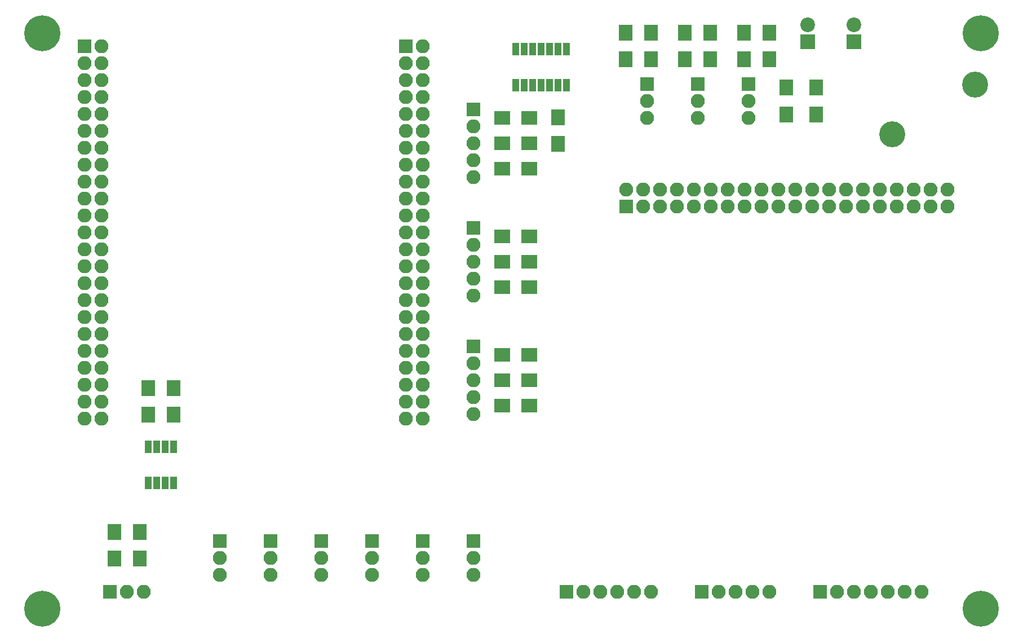
<source format=gbr>
G04 #@! TF.FileFunction,Soldermask,Top*
%FSLAX46Y46*%
G04 Gerber Fmt 4.6, Leading zero omitted, Abs format (unit mm)*
G04 Created by KiCad (PCBNEW 4.0.3-stable) date 05/01/17 14:40:03*
%MOMM*%
%LPD*%
G01*
G04 APERTURE LIST*
%ADD10C,0.100000*%
%ADD11R,2.100000X2.100000*%
%ADD12O,2.100000X2.100000*%
%ADD13R,2.000000X2.400000*%
%ADD14R,2.200000X2.200000*%
%ADD15C,2.200000*%
%ADD16C,3.900000*%
%ADD17C,5.400000*%
%ADD18R,2.100000X2.400000*%
%ADD19R,1.000000X1.950000*%
%ADD20R,1.000000X1.900000*%
%ADD21R,2.400000X2.100000*%
G04 APERTURE END LIST*
D10*
D11*
X44450000Y-27305000D03*
D12*
X46990000Y-27305000D03*
X44450000Y-29845000D03*
X46990000Y-29845000D03*
X44450000Y-32385000D03*
X46990000Y-32385000D03*
X44450000Y-34925000D03*
X46990000Y-34925000D03*
X44450000Y-37465000D03*
X46990000Y-37465000D03*
X44450000Y-40005000D03*
X46990000Y-40005000D03*
X44450000Y-42545000D03*
X46990000Y-42545000D03*
X44450000Y-45085000D03*
X46990000Y-45085000D03*
X44450000Y-47625000D03*
X46990000Y-47625000D03*
X44450000Y-50165000D03*
X46990000Y-50165000D03*
X44450000Y-52705000D03*
X46990000Y-52705000D03*
X44450000Y-55245000D03*
X46990000Y-55245000D03*
X44450000Y-57785000D03*
X46990000Y-57785000D03*
X44450000Y-60325000D03*
X46990000Y-60325000D03*
X44450000Y-62865000D03*
X46990000Y-62865000D03*
X44450000Y-65405000D03*
X46990000Y-65405000D03*
X44450000Y-67945000D03*
X46990000Y-67945000D03*
X44450000Y-70485000D03*
X46990000Y-70485000D03*
X44450000Y-73025000D03*
X46990000Y-73025000D03*
X44450000Y-75565000D03*
X46990000Y-75565000D03*
X44450000Y-78105000D03*
X46990000Y-78105000D03*
X44450000Y-80645000D03*
X46990000Y-80645000D03*
X44450000Y-83185000D03*
X46990000Y-83185000D03*
D11*
X92710000Y-27305000D03*
D12*
X95250000Y-27305000D03*
X92710000Y-29845000D03*
X95250000Y-29845000D03*
X92710000Y-32385000D03*
X95250000Y-32385000D03*
X92710000Y-34925000D03*
X95250000Y-34925000D03*
X92710000Y-37465000D03*
X95250000Y-37465000D03*
X92710000Y-40005000D03*
X95250000Y-40005000D03*
X92710000Y-42545000D03*
X95250000Y-42545000D03*
X92710000Y-45085000D03*
X95250000Y-45085000D03*
X92710000Y-47625000D03*
X95250000Y-47625000D03*
X92710000Y-50165000D03*
X95250000Y-50165000D03*
X92710000Y-52705000D03*
X95250000Y-52705000D03*
X92710000Y-55245000D03*
X95250000Y-55245000D03*
X92710000Y-57785000D03*
X95250000Y-57785000D03*
X92710000Y-60325000D03*
X95250000Y-60325000D03*
X92710000Y-62865000D03*
X95250000Y-62865000D03*
X92710000Y-65405000D03*
X95250000Y-65405000D03*
X92710000Y-67945000D03*
X95250000Y-67945000D03*
X92710000Y-70485000D03*
X95250000Y-70485000D03*
X92710000Y-73025000D03*
X95250000Y-73025000D03*
X92710000Y-75565000D03*
X95250000Y-75565000D03*
X92710000Y-78105000D03*
X95250000Y-78105000D03*
X92710000Y-80645000D03*
X95250000Y-80645000D03*
X92710000Y-83185000D03*
X95250000Y-83185000D03*
D11*
X116840000Y-109220000D03*
D12*
X119380000Y-109220000D03*
X121920000Y-109220000D03*
X124460000Y-109220000D03*
X127000000Y-109220000D03*
X129540000Y-109220000D03*
D11*
X154940000Y-109220000D03*
D12*
X157480000Y-109220000D03*
X160020000Y-109220000D03*
X162560000Y-109220000D03*
X165100000Y-109220000D03*
X167640000Y-109220000D03*
X170180000Y-109220000D03*
D11*
X137160000Y-109220000D03*
D12*
X139700000Y-109220000D03*
X142240000Y-109220000D03*
X144780000Y-109220000D03*
X147320000Y-109220000D03*
D13*
X129540000Y-25305000D03*
X129540000Y-29305000D03*
X138430000Y-25305000D03*
X138430000Y-29305000D03*
X147320000Y-25305000D03*
X147320000Y-29305000D03*
X115570000Y-38005000D03*
X115570000Y-42005000D03*
D11*
X125806200Y-51422300D03*
D12*
X125806200Y-48882300D03*
X128346200Y-51422300D03*
X128346200Y-48882300D03*
X130886200Y-51422300D03*
X130886200Y-48882300D03*
X133426200Y-51422300D03*
X133426200Y-48882300D03*
X135966200Y-51422300D03*
X135966200Y-48882300D03*
X138506200Y-51422300D03*
X138506200Y-48882300D03*
X141046200Y-51422300D03*
X141046200Y-48882300D03*
X143586200Y-51422300D03*
X143586200Y-48882300D03*
X146126200Y-51422300D03*
X146126200Y-48882300D03*
X148666200Y-51422300D03*
X148666200Y-48882300D03*
X151206200Y-51422300D03*
X151206200Y-48882300D03*
X153746200Y-51422300D03*
X153746200Y-48882300D03*
X156286200Y-51422300D03*
X156286200Y-48882300D03*
X158826200Y-51422300D03*
X158826200Y-48882300D03*
X161366200Y-51422300D03*
X161366200Y-48882300D03*
X163906200Y-51422300D03*
X163906200Y-48882300D03*
X166446200Y-51422300D03*
X166446200Y-48882300D03*
X168986200Y-51422300D03*
X168986200Y-48882300D03*
X171526200Y-51422300D03*
X171526200Y-48882300D03*
X174066200Y-51422300D03*
X174066200Y-48882300D03*
D14*
X153035000Y-26670000D03*
D15*
X153035000Y-24130000D03*
D14*
X160020000Y-26670000D03*
D15*
X160020000Y-24130000D03*
D11*
X102870000Y-54610000D03*
D12*
X102870000Y-57150000D03*
X102870000Y-59690000D03*
X102870000Y-62230000D03*
X102870000Y-64770000D03*
D11*
X102870000Y-36830000D03*
D12*
X102870000Y-39370000D03*
X102870000Y-41910000D03*
X102870000Y-44450000D03*
X102870000Y-46990000D03*
D11*
X144145000Y-33020000D03*
D12*
X144145000Y-35560000D03*
X144145000Y-38100000D03*
D11*
X136525000Y-33020000D03*
D12*
X136525000Y-35560000D03*
X136525000Y-38100000D03*
D11*
X128905000Y-33020000D03*
D12*
X128905000Y-35560000D03*
X128905000Y-38100000D03*
D11*
X102870000Y-72390000D03*
D12*
X102870000Y-74930000D03*
X102870000Y-77470000D03*
X102870000Y-80010000D03*
X102870000Y-82550000D03*
D11*
X102870000Y-101600000D03*
D12*
X102870000Y-104140000D03*
X102870000Y-106680000D03*
D11*
X95250000Y-101600000D03*
D12*
X95250000Y-104140000D03*
X95250000Y-106680000D03*
D11*
X87630000Y-101600000D03*
D12*
X87630000Y-104140000D03*
X87630000Y-106680000D03*
D11*
X80010000Y-101600000D03*
D12*
X80010000Y-104140000D03*
X80010000Y-106680000D03*
D11*
X48260000Y-109220000D03*
D12*
X50800000Y-109220000D03*
X53340000Y-109220000D03*
D16*
X178230000Y-33080000D03*
X165730000Y-40580000D03*
D17*
X179070000Y-111760000D03*
X38100000Y-111760000D03*
X38100000Y-25400000D03*
X179070000Y-25400000D03*
D11*
X72390000Y-101600000D03*
D12*
X72390000Y-104140000D03*
X72390000Y-106680000D03*
D11*
X64770000Y-101600000D03*
D12*
X64770000Y-104140000D03*
X64770000Y-106680000D03*
D18*
X57785000Y-82645000D03*
X57785000Y-78645000D03*
X53975000Y-82645000D03*
X53975000Y-78645000D03*
D19*
X57785000Y-87470000D03*
X56515000Y-87470000D03*
X55245000Y-87470000D03*
X53975000Y-87470000D03*
X53975000Y-92870000D03*
X55245000Y-92870000D03*
X56515000Y-92870000D03*
X57785000Y-92870000D03*
D20*
X116840000Y-27780000D03*
X115570000Y-27780000D03*
X114300000Y-27780000D03*
X113030000Y-27780000D03*
X111760000Y-27780000D03*
X110490000Y-27780000D03*
X109220000Y-27780000D03*
X109220000Y-33180000D03*
X110490000Y-33180000D03*
X111760000Y-33180000D03*
X113030000Y-33180000D03*
X114300000Y-33180000D03*
X115570000Y-33180000D03*
X116840000Y-33180000D03*
D18*
X125730000Y-29305000D03*
X125730000Y-25305000D03*
X134620000Y-29305000D03*
X134620000Y-25305000D03*
X143510000Y-29305000D03*
X143510000Y-25305000D03*
D21*
X111220000Y-81280000D03*
X107220000Y-81280000D03*
X111220000Y-77470000D03*
X107220000Y-77470000D03*
X111220000Y-73660000D03*
X107220000Y-73660000D03*
X111220000Y-63500000D03*
X107220000Y-63500000D03*
X111220000Y-59690000D03*
X107220000Y-59690000D03*
X111220000Y-55880000D03*
X107220000Y-55880000D03*
X111220000Y-45720000D03*
X107220000Y-45720000D03*
X111220000Y-41910000D03*
X107220000Y-41910000D03*
X111220000Y-38100000D03*
X107220000Y-38100000D03*
D18*
X149860000Y-37560000D03*
X149860000Y-33560000D03*
X154305000Y-37560000D03*
X154305000Y-33560000D03*
X48895000Y-104235000D03*
X48895000Y-100235000D03*
X52705000Y-104235000D03*
X52705000Y-100235000D03*
M02*

</source>
